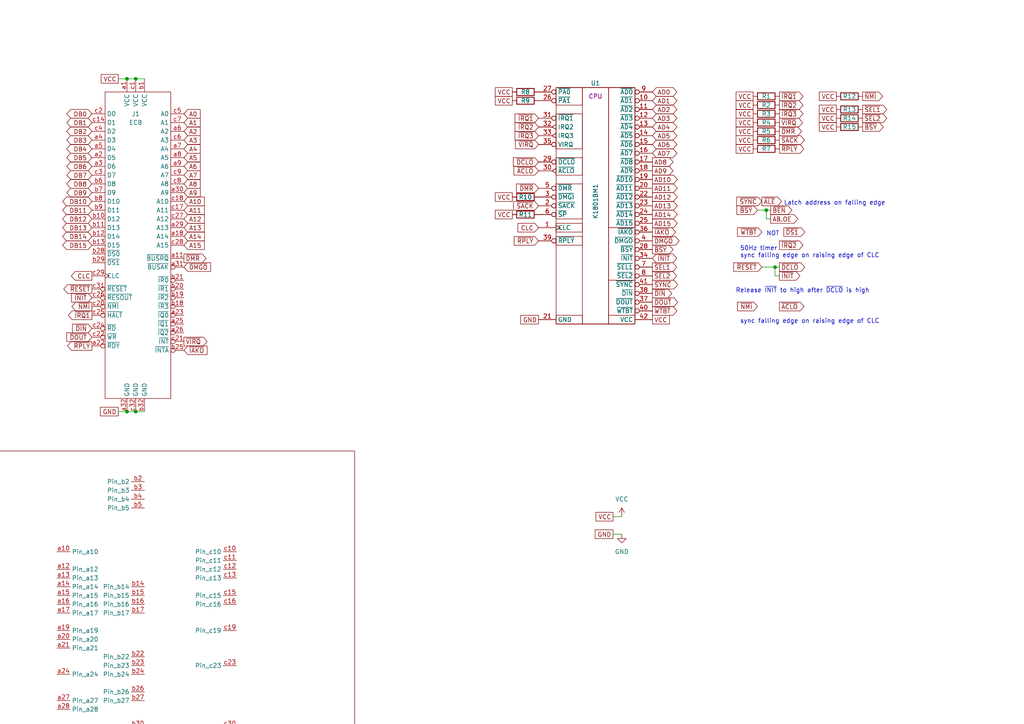
<source format=kicad_sch>
(kicad_sch (version 20230121) (generator eeschema)
  (paper "A4")
  (lib_symbols
    (symbol "74xx:74LS245" (pin_names (offset 1.016))
      (property "Reference" "U" (at -7.62 16.51 0))
      (property "Value" "74LS245" (at -7.62 -16.51 0))
      (symbol "74LS245_1_0"
        (polyline (pts (xy -0.635 -1.27) (xy -0.635 1.27) (xy 0.635 1.27)))
        (polyline (pts (xy -1.27 -1.27) (xy 0.635 -1.27) (xy 0.635 1.27) (xy 1.27 1.27)))
        (pin input line (at -12.7 -10.16 0) (length 5.08) (name "A->B") (number "1"))
        (pin power_in line (at 0 -20.32 90) (length 5.08) (name "GND") (number "10"))
        (pin tri_state line (at 12.7 -5.08 180) (length 5.08) (name "B7") (number "11"))
        (pin tri_state line (at 12.7 -2.54 180) (length 5.08) (name "B6") (number "12"))
        (pin tri_state line (at 12.7 0 180) (length 5.08) (name "B5") (number "13"))
        (pin tri_state line (at 12.7 2.54 180) (length 5.08) (name "B4") (number "14"))
        (pin tri_state line (at 12.7 5.08 180) (length 5.08) (name "B3") (number "15"))
        (pin tri_state line (at 12.7 7.62 180) (length 5.08) (name "B2") (number "16"))
        (pin tri_state line (at 12.7 10.16 180) (length 5.08) (name "B1") (number "17"))
        (pin tri_state line (at 12.7 12.7 180) (length 5.08) (name "B0") (number "18"))
        (pin input inverted (at -12.7 -12.7 0) (length 5.08) (name "CE") (number "19"))
        (pin tri_state line (at -12.7 12.7 0) (length 5.08) (name "A0") (number "2"))
        (pin power_in line (at 0 20.32 270) (length 5.08) (name "VCC") (number "20"))
        (pin tri_state line (at -12.7 10.16 0) (length 5.08) (name "A1") (number "3"))
        (pin tri_state line (at -12.7 7.62 0) (length 5.08) (name "A2") (number "4"))
        (pin tri_state line (at -12.7 5.08 0) (length 5.08) (name "A3") (number "5"))
        (pin tri_state line (at -12.7 2.54 0) (length 5.08) (name "A4") (number "6"))
        (pin tri_state line (at -12.7 0 0) (length 5.08) (name "A5") (number "7"))
        (pin tri_state line (at -12.7 -2.54 0) (length 5.08) (name "A6") (number "8"))
        (pin tri_state line (at -12.7 -5.08 0) (length 5.08) (name "A7") (number "9"))
      )
      (symbol "74LS245_1_1"
        (rectangle (start -7.62 15.24) (end 7.62 -15.24) (stroke (width 0.254)) (fill (type background)))
      )
    )
    (symbol "74xx:74LS573" (pin_names (offset 1.016))
      (property "Reference" "U" (at -7.62 16.51 0))
      (property "Value" "74LS573" (at -7.62 -16.51 0))
      (symbol "74LS573_1_0"
        (pin input inverted (at -12.7 -12.7 0) (length 5.08) (name "OE") (number "1"))
        (pin power_in line (at 0 -20.32 90) (length 5.08) (name "GND") (number "10"))
        (pin input line (at -12.7 -10.16 0) (length 5.08) (name "Load") (number "11"))
        (pin tri_state line (at 12.7 -5.08 180) (length 5.08) (name "Q7") (number "12"))
        (pin tri_state line (at 12.7 -2.54 180) (length 5.08) (name "Q6") (number "13"))
        (pin tri_state line (at 12.7 0 180) (length 5.08) (name "Q5") (number "14"))
        (pin tri_state line (at 12.7 2.54 180) (length 5.08) (name "Q4") (number "15"))
        (pin tri_state line (at 12.7 5.08 180) (length 5.08) (name "Q3") (number "16"))
        (pin tri_state line (at 12.7 7.62 180) (length 5.08) (name "Q2") (number "17"))
        (pin tri_state line (at 12.7 10.16 180) (length 5.08) (name "Q1") (number "18"))
        (pin tri_state line (at 12.7 12.7 180) (length 5.08) (name "Q0") (number "19"))
        (pin input line (at -12.7 12.7 0) (length 5.08) (name "D0") (number "2"))
        (pin power_in line (at 0 20.32 270) (length 5.08) (name "VCC") (number "20"))
        (pin input line (at -12.7 10.16 0) (length 5.08) (name "D1") (number "3"))
        (pin input line (at -12.7 7.62 0) (length 5.08) (name "D2") (number "4"))
        (pin input line (at -12.7 5.08 0) (length 5.08) (name "D3") (number "5"))
        (pin input line (at -12.7 2.54 0) (length 5.08) (name "D4") (number "6"))
        (pin input line (at -12.7 0 0) (length 5.08) (name "D5") (number "7"))
        (pin input line (at -12.7 -2.54 0) (length 5.08) (name "D6") (number "8"))
        (pin input line (at -12.7 -5.08 0) (length 5.08) (name "D7") (number "9"))
      )
      (symbol "74LS573_1_1"
        (rectangle (start -7.62 15.24) (end 7.62 -15.24) (stroke (width 0.254)) (fill (type background)))
      )
    )
    (symbol "Device:R" (pin_numbers hide) (pin_names (offset 0))
      (property "Reference" "R" (at 2.032 0 90))
      (property "Value" "R" (at 0 0 90))
      (symbol "R_0_1"
        (rectangle (start -1.016 -2.54) (end 1.016 2.54) (stroke (width 0.254)))
      )
      (symbol "R_1_1"
        (pin passive line (at 0 3.81 270) (length 1.27) (name "~") (number "1"))
        (pin passive line (at 0 -3.81 90) (length 1.27) (name "~") (number "2"))
      )
    )
    (symbol "ECB:ECB_RB-6"
      (property "Reference" "J" (at 0 -20.32 0))
      (property "Value" "ECB" (at 0 -22.86 0))
      (symbol "ECB_RB-6_0_1"
        (rectangle (start -54.61 -118.11) (end 63.5 -213.36))
        (rectangle (start -8.89 -13.97) (end 10.16 -102.87))
      )
      (symbol "ECB_RB-6_1_1"
        (pin power_in line (at -2.54 -10.16 270) (length 3.81) (name "VCC") (number "a1"))
        (pin passive line (at -22.86 -147.32 0) (length 3.81) (name "Pin_a10") (number "a10"))
        (pin input line (at 13.97 -62.23 180) (length 3.81) (name "~{BUSRQ}") (number "a11"))
        (pin passive line (at -22.86 -152.4 0) (length 3.81) (name "Pin_a12") (number "a12"))
        (pin passive line (at -22.86 -154.94 0) (length 3.81) (name "Pin_a13") (number "a13"))
        (pin passive line (at -22.86 -157.48 0) (length 3.81) (name "Pin_a14") (number "a14"))
        (pin passive line (at -22.86 -160.02 0) (length 3.81) (name "Pin_a15") (number "a15"))
        (pin passive line (at -22.86 -162.56 0) (length 3.81) (name "Pin_a16") (number "a16"))
        (pin passive line (at -22.86 -165.1 0) (length 3.81) (name "Pin_a17") (number "a17"))
        (pin bidirectional line (at 13.97 -55.88 180) (length 3.81) (name "A14") (number "a18"))
        (pin passive line (at -22.86 -170.18 0) (length 3.81) (name "Pin_a19") (number "a19"))
        (pin tri_state line (at -12.7 -33.02 0) (length 3.81) (name "D5") (number "a2"))
        (pin passive line (at -22.86 -172.72 0) (length 3.81) (name "Pin_a20") (number "a20"))
        (pin passive line (at -22.86 -175.26 0) (length 3.81) (name "Pin_a21") (number "a21"))
        (pin input inverted (at -12.7 -87.63 0) (length 3.81) (name "~{RDY}") (number "a22"))
        (pin input inverted (at 13.97 -78.74 180) (length 3.81) (name "~{IQ0}") (number "a23"))
        (pin passive line (at -22.86 -182.88 0) (length 3.81) (name "Pin_a24") (number "a24"))
        (pin input inverted (at 13.97 -81.28 180) (length 3.81) (name "~{IQ1}") (number "a25"))
        (pin input inverted (at 13.97 -83.82 180) (length 3.81) (name "~{IQ2}") (number "a26"))
        (pin passive line (at -22.86 -190.5 0) (length 3.81) (name "Pin_a27") (number "a27"))
        (pin passive line (at -22.86 -193.04 0) (length 3.81) (name "Pin_a28") (number "a28"))
        (pin bidirectional line (at 13.97 -53.34 180) (length 3.81) (name "A13") (number "a29"))
        (pin tri_state line (at -12.7 -35.56 0) (length 3.81) (name "D6") (number "a3"))
        (pin bidirectional line (at 13.97 -43.18 180) (length 3.81) (name "A9") (number "a30"))
        (pin output inverted (at 13.97 -64.77 180) (length 3.81) (name "~{BUSAK}") (number "a31"))
        (pin power_out line (at -2.54 -106.68 90) (length 3.81) (name "GND") (number "a32"))
        (pin tri_state line (at -12.7 -27.94 0) (length 3.81) (name "D3") (number "a4"))
        (pin tri_state line (at -12.7 -30.48 0) (length 3.81) (name "D4") (number "a5"))
        (pin bidirectional line (at 13.97 -25.4 180) (length 3.81) (name "A2") (number "a6"))
        (pin bidirectional line (at 13.97 -30.48 180) (length 3.81) (name "A4") (number "a7"))
        (pin bidirectional line (at 13.97 -33.02 180) (length 3.81) (name "A5") (number "a8"))
        (pin bidirectional line (at 13.97 -35.56 180) (length 3.81) (name "A6") (number "a9"))
        (pin power_in line (at 2.54 -10.16 270) (length 3.81) (name "VCC") (number "b1"))
        (pin tri_state line (at -12.7 -50.8 0) (length 3.81) (name "D12") (number "b10"))
        (pin tri_state line (at -12.7 -53.34 0) (length 3.81) (name "D13") (number "b11"))
        (pin tri_state line (at -12.7 -55.88 0) (length 3.81) (name "D14") (number "b12"))
        (pin tri_state line (at -12.7 -58.42 0) (length 3.81) (name "D15") (number "b13"))
        (pin passive line (at 2.54 -157.48 180) (length 3.81) (name "Pin_b14") (number "b14"))
        (pin passive line (at 2.54 -160.02 180) (length 3.81) (name "Pin_b15") (number "b15"))
        (pin passive line (at 2.54 -162.56 180) (length 3.81) (name "Pin_b16") (number "b16"))
        (pin passive line (at 2.54 -165.1 180) (length 3.81) (name "Pin_b17") (number "b17"))
        (pin input inverted (at 13.97 -76.2 180) (length 3.81) (name "~{IR3}") (number "b18"))
        (pin input inverted (at 13.97 -73.66 180) (length 3.81) (name "~{IR2}") (number "b19"))
        (pin passive line (at 2.54 -127 180) (length 3.81) (name "Pin_b2") (number "b2"))
        (pin input inverted (at 13.97 -71.12 180) (length 3.81) (name "~{IR1}") (number "b20"))
        (pin input inverted (at 13.97 -68.58 180) (length 3.81) (name "~{IR0}") (number "b21"))
        (pin passive line (at 2.54 -177.8 180) (length 3.81) (name "Pin_b22") (number "b22"))
        (pin passive line (at 2.54 -180.34 180) (length 3.81) (name "Pin_b23") (number "b23"))
        (pin passive line (at 2.54 -182.88 180) (length 3.81) (name "Pin_b24") (number "b24"))
        (pin output inverted (at 13.97 -88.9 180) (length 3.81) (name "~{INTA}") (number "b25"))
        (pin passive line (at 2.54 -187.96 180) (length 3.81) (name "Pin_b26") (number "b26"))
        (pin passive line (at 2.54 -190.5 180) (length 3.81) (name "Pin_b27") (number "b27"))
        (pin passive line (at -12.7 -60.96 0) (length 3.81) (name "~{DS0}") (number "b28"))
        (pin passive line (at -12.7 -63.5 0) (length 3.81) (name "~{DS1}") (number "b29"))
        (pin passive line (at 2.54 -129.54 180) (length 3.81) (name "Pin_b3") (number "b3"))
        (pin passive line (at 2.54 -198.12 180) (length 3.81) (name "Pin_b30") (number "b30"))
        (pin passive line (at 2.54 -200.66 180) (length 3.81) (name "Pin_b31") (number "b31"))
        (pin power_out line (at 2.54 -106.68 90) (length 3.81) (name "GND") (number "b32"))
        (pin passive line (at 2.54 -132.08 180) (length 3.81) (name "Pin_b4") (number "b4"))
        (pin passive line (at 2.54 -134.62 180) (length 3.81) (name "Pin_b5") (number "b5"))
        (pin tri_state line (at -12.7 -40.64 0) (length 3.81) (name "D8") (number "b6"))
        (pin tri_state line (at -12.7 -43.18 0) (length 3.81) (name "D9") (number "b7"))
        (pin tri_state line (at -12.7 -45.72 0) (length 3.81) (name "D10") (number "b8"))
        (pin tri_state line (at -12.7 -48.26 0) (length 3.81) (name "D11") (number "b9"))
        (pin power_in line (at 0 -10.16 270) (length 3.81) (name "VCC") (number "c1"))
        (pin passive line (at 29.21 -147.32 180) (length 3.81) (name "Pin_c10") (number "c10"))
        (pin passive line (at 29.21 -149.86 180) (length 3.81) (name "Pin_c11") (number "c11"))
        (pin passive line (at 29.21 -152.4 180) (length 3.81) (name "Pin_c12") (number "c12"))
        (pin passive line (at 29.21 -154.94 180) (length 3.81) (name "Pin_c13") (number "c13"))
        (pin tri_state line (at -12.7 -22.86 0) (length 3.81) (name "D1") (number "c14"))
        (pin passive line (at 29.21 -160.02 180) (length 3.81) (name "Pin_c15") (number "c15"))
        (pin passive line (at 29.21 -162.56 180) (length 3.81) (name "Pin_c16") (number "c16"))
        (pin bidirectional line (at 13.97 -48.26 180) (length 3.81) (name "A11") (number "c17"))
        (pin bidirectional line (at 13.97 -45.72 180) (length 3.81) (name "A10") (number "c18"))
        (pin passive line (at 29.21 -170.18 180) (length 3.81) (name "Pin_c19") (number "c19"))
        (pin tri_state line (at -12.7 -20.32 0) (length 3.81) (name "D0") (number "c2"))
        (pin input inverted (at -12.7 -76.2 0) (length 3.81) (name "~{NMI}") (number "c20"))
        (pin input inverted (at 13.97 -86.36 180) (length 3.81) (name "~{INT}") (number "c21"))
        (pin output inverted (at -12.7 -85.09 0) (length 3.81) (name "~{WR}") (number "c22"))
        (pin passive line (at 29.21 -180.34 180) (length 3.81) (name "Pin_c23") (number "c23"))
        (pin output inverted (at -12.7 -82.55 0) (length 3.81) (name "~{RD}") (number "c24"))
        (pin input inverted (at -12.7 -78.74 0) (length 3.81) (name "~{HALT}") (number "c25"))
        (pin output inverted (at -12.7 -73.66 0) (length 3.81) (name "~{RESOUT}") (number "c26"))
        (pin bidirectional line (at 13.97 -50.8 180) (length 3.81) (name "A12") (number "c27"))
        (pin bidirectional line (at 13.97 -58.42 180) (length 3.81) (name "A15") (number "c28"))
        (pin input clock (at -12.7 -67.31 0) (length 3.81) (name "CLC") (number "c29"))
        (pin tri_state line (at -12.7 -38.1 0) (length 3.81) (name "D7") (number "c3"))
        (pin passive line (at 29.21 -198.12 180) (length 3.81) (name "Pin_c30") (number "c30"))
        (pin input inverted (at -12.7 -71.12 0) (length 3.81) (name "~{RESET}") (number "c31"))
        (pin power_out line (at 0 -106.68 90) (length 3.81) (name "GND") (number "c32"))
        (pin tri_state line (at -12.7 -25.4 0) (length 3.81) (name "D2") (number "c4"))
        (pin bidirectional line (at 13.97 -20.32 180) (length 3.81) (name "A0") (number "c5"))
        (pin bidirectional line (at 13.97 -27.94 180) (length 3.81) (name "A3") (number "c6"))
        (pin bidirectional line (at 13.97 -22.86 180) (length 3.81) (name "A1") (number "c7"))
        (pin bidirectional line (at 13.97 -40.64 180) (length 3.81) (name "A8") (number "c8"))
        (pin bidirectional line (at 13.97 -38.1 180) (length 3.81) (name "A7") (number "c9"))
      )
    )
    (symbol "K1801:K1801VM1"
      (property "Reference" "U" (at 0 0 0))
      (property "Value" "К1801ВМ1" (at 0 -34.29 90))
      (property "Class" "CPU" (at 0 -3.81 0))
      (symbol "K1801VM1_0_1"
        (rectangle (start -11.43 -67.31) (end -3.81 -69.85))
        (rectangle (start -11.43 -44.45) (end -3.81 -46.99))
        (rectangle (start -11.43 -40.64) (end -3.81 -43.18))
        (rectangle (start -11.43 -29.21) (end -3.81 -39.37))
        (rectangle (start -11.43 -21.59) (end -3.81 -26.67))
        (rectangle (start -11.43 -8.89) (end -3.81 -19.05))
        (rectangle (start -11.43 -1.27) (end -3.81 -6.35))
        (rectangle (start -11.43 -1.27) (end 11.43 -69.85))
        (rectangle (start -3.81 -1.27) (end 3.81 -69.85))
        (rectangle (start 3.81 -67.31) (end 11.43 -69.85))
        (rectangle (start 3.81 -57.15) (end 11.43 -67.31))
        (rectangle (start 3.81 -41.91) (end 11.43 -57.15))
        (rectangle (start 3.81 -1.27) (end 11.43 -41.91))
      )
      (symbol "K1801VM1_1_0"
        (pin input clock (at -16.51 -41.91 0) (length 5.08) (name "CLC") (number "1"))
        (pin bidirectional inverted (at 16.51 -5.08 180) (length 5.08) (name "~{AD1}") (number "10"))
        (pin bidirectional inverted (at 16.51 -7.62 180) (length 5.08) (name "~{AD2}") (number "11"))
        (pin bidirectional inverted (at 16.51 -10.16 180) (length 5.08) (name "~{AD3}") (number "12"))
        (pin bidirectional inverted (at 16.51 -12.7 180) (length 5.08) (name "~{AD4}") (number "13"))
        (pin bidirectional inverted (at 16.51 -15.24 180) (length 5.08) (name "~{AD5}") (number "14"))
        (pin bidirectional inverted (at 16.51 -17.78 180) (length 5.08) (name "~{AD6}") (number "15"))
        (pin bidirectional inverted (at 16.51 -20.32 180) (length 5.08) (name "~{AD7}") (number "16"))
        (pin bidirectional inverted (at 16.51 -22.86 180) (length 5.08) (name "~{AD8}") (number "17"))
        (pin bidirectional inverted (at 16.51 -25.4 180) (length 5.08) (name "~{AD9}") (number "18"))
        (pin bidirectional inverted (at 16.51 -27.94 180) (length 5.08) (name "~{AD10}") (number "19"))
        (pin input inverted (at -16.51 -35.56 0) (length 5.08) (name "~{SACK}") (number "2"))
        (pin bidirectional inverted (at 16.51 -30.48 180) (length 5.08) (name "~{AD11}") (number "20"))
        (pin power_out line (at -16.51 -68.58 0) (length 5.08) (name "GND") (number "21"))
        (pin bidirectional inverted (at 16.51 -33.02 180) (length 5.08) (name "~{AD12}") (number "22"))
        (pin bidirectional inverted (at 16.51 -35.56 180) (length 5.08) (name "~{AD13}") (number "23"))
        (pin bidirectional inverted (at 16.51 -38.1 180) (length 5.08) (name "~{AD14}") (number "24"))
        (pin bidirectional inverted (at 16.51 -40.64 180) (length 5.08) (name "~{AD15}") (number "25"))
        (pin input inverted (at -16.51 -5.08 0) (length 5.08) (name "~{PA1}") (number "26"))
        (pin open_collector inverted (at 16.51 -48.26 180) (length 5.08) (name "~{BSY}") (number "28"))
        (pin input inverted (at -16.51 -22.86 0) (length 5.08) (name "~{DCLO}") (number "29"))
        (pin input inverted (at -16.51 -33.02 0) (length 5.08) (name "~{DMGI}") (number "3"))
        (pin input edge_clock_high (at -16.51 -25.4 0) (length 5.08) (name "~{ACLO}") (number "30"))
        (pin input inverted (at -16.51 -10.16 0) (length 5.08) (name "~{IRQ1}") (number "31"))
        (pin input edge_clock_high (at -16.51 -12.7 0) (length 5.08) (name "IRQ2") (number "32"))
        (pin input edge_clock_high (at -16.51 -15.24 0) (length 5.08) (name "IRQ3") (number "33"))
        (pin open_collector inverted (at 16.51 -50.8 180) (length 5.08) (name "~{INIT}") (number "34"))
        (pin input inverted (at -16.51 -17.78 0) (length 5.08) (name "VIRQ") (number "35"))
        (pin tri_state inverted (at 16.51 -43.18 180) (length 5.08) (name "~{IAKO}") (number "36"))
        (pin tri_state inverted (at 16.51 -63.5 180) (length 5.08) (name "~{DOUT}") (number "37"))
        (pin tri_state inverted (at 16.51 -60.96 180) (length 5.08) (name "~{DIN}") (number "38"))
        (pin open_collector inverted (at -16.51 -45.72 0) (length 5.08) (name "~{RPLY}") (number "39"))
        (pin output inverted (at 16.51 -45.72 180) (length 5.08) (name "~{DMGO}") (number "4"))
        (pin tri_state inverted (at 16.51 -66.04 180) (length 5.08) (name "~{WTBT}") (number "40"))
        (pin output inverted (at 16.51 -58.42 180) (length 5.08) (name "~{SYNC}") (number "41"))
        (pin power_in line (at 16.51 -68.58 180) (length 5.08) (name "VCC") (number "42"))
        (pin input inverted (at -16.51 -30.48 0) (length 5.08) (name "~{DMR}") (number "5"))
        (pin input inverted (at -16.51 -38.1 0) (length 5.08) (name "~{SP}") (number "6"))
        (pin open_collector inverted (at 16.51 -53.34 180) (length 5.08) (name "~{SEL1}") (number "7"))
        (pin open_collector inverted (at 16.51 -55.88 180) (length 5.08) (name "~{SEL2}") (number "8"))
      )
      (symbol "K1801VM1_1_1"
        (pin input inverted (at -16.51 -2.54 0) (length 5.08) (name "~{PA0}") (number "27"))
        (pin bidirectional inverted (at 16.51 -2.54 180) (length 5.08) (name "~{AD0}") (number "9"))
      )
    )
    (symbol "power:GND" (power) (pin_names (offset 0))
      (property "Value" "GND" (at 0 -3.81 0))
      (symbol "GND_0_1"
        (polyline (pts (xy 0 0) (xy 0 -1.27) (xy 1.27 -1.27) (xy 0 -2.54) (xy -1.27 -1.27) (xy 0 -1.27)))
      )
      (symbol "GND_1_1"
        (pin power_in line (at 0 0 270) (length 0) hide (name "GND") (number "1"))
      )
    )
    (symbol "power:VCC" (power) (pin_names (offset 0))
      (property "Value" "VCC" (at 0 3.81 0))
      (symbol "VCC_0_1"
        (polyline (pts (xy -0.762 1.27) (xy 0 2.54)))
        (polyline (pts (xy 0 0) (xy 0 2.54)))
        (polyline (pts (xy 0 2.54) (xy 0.762 1.27)))
      )
      (symbol "VCC_1_1"
        (pin power_in line (at 0 0 90) (length 0) hide (name "VCC") (number "1"))
      )
    )
  )
  (junction (at 39.37 119.38))
  (junction (at 222.25 60.96))
  (junction (at 39.37 22.86))
  (junction (at 36.83 22.86))
  (junction (at 36.83 119.38))
  (junction (at 224.79 77.47))
  (wire (pts (xy 220.98 77.47) (xy 224.79 77.47)))
  (wire (pts (xy 222.25 63.5) (xy 222.25 60.96)))
  (wire (pts (xy 223.52 63.5) (xy 222.25 63.5)))
  (wire (pts (xy 224.79 77.47) (xy 226.06 77.47)))
  (wire (pts (xy 222.25 60.96) (xy 219.71 60.96)))
  (wire (pts (xy 177.8 149.86) (xy 180.34 149.86)))
  (wire (pts (xy 34.29 22.86) (xy 36.83 22.86)))
  (wire (pts (xy 226.06 80.01) (xy 224.79 80.01)))
  (wire (pts (xy 39.37 119.38) (xy 41.91 119.38)))
  (wire (pts (xy 224.79 80.01) (xy 224.79 77.47)))
  (wire (pts (xy 177.8 154.94) (xy 180.34 154.94)))
  (wire (pts (xy 36.83 22.86) (xy 39.37 22.86)))
  (wire (pts (xy 39.37 22.86) (xy 41.91 22.86)))
  (wire (pts (xy 34.29 119.38) (xy 36.83 119.38)))
  (wire (pts (xy 223.52 60.96) (xy 222.25 60.96)))
  (wire (pts (xy 36.83 119.38) (xy 39.37 119.38)))
  (text "sync falling edge on raising edge of CLC" (at 214.63 93.98 0) (effects (font (size 1.27 1.27)) (justify left bottom)))
  (text "NOT" (at 222.25 68.58 0) (effects (font (size 1.27 1.27)) (justify left bottom)))
  (text "Latch address on falling edge" (at 227.33 59.69 0) (effects (font (size 1.27 1.27)) (justify left bottom)))
  (text "50Hz timer\nsync falling edge on raising edge of CLC" (at 214.63 74.93 0) (effects (font (size 1.27 1.27)) (justify left bottom)))
  (text "Release ~{INIT} to high after ~{DCLO} is high" (at 213.36 85.09 0) (effects (font (size 1.27 1.27)) (justify left bottom)))
  (global_label "CLC" (shape input) (at 156.21 66.04 180) (property "Intersheetrefs" "${INTERSHEET_REFS}" (effects hide)))
  (global_label "VCC" (shape passive) (at 242.57 27.94 180) (property "Intersheetrefs" "${INTERSHEET_REFS}" (effects hide)))
  (global_label "~{DOUT}" (shape input) (at 26.67 97.79 180) (property "Intersheetrefs" "${INTERSHEET_REFS}" (effects hide)))
  (global_label "A13" (shape input) (at 53.34 66.04 0) (property "Intersheetrefs" "${INTERSHEET_REFS}" (effects hide)))
  (global_label "AD13" (shape output) (at 308.61 158.75 180) (property "Intersheetrefs" "${INTERSHEET_REFS}" (effects hide)))
  (global_label "VCC" (shape passive) (at 218.44 40.64 180) (property "Intersheetrefs" "${INTERSHEET_REFS}" (effects hide)))
  (global_label "AD0" (shape bidirectional) (at 365.125 101.6 180) (property "Intersheetrefs" "${INTERSHEET_REFS}" (effects hide)))
  (global_label "DB13" (shape bidirectional) (at 26.67 66.04 180) (property "Intersheetrefs" "${INTERSHEET_REFS}" (effects hide)))
  (global_label "~{RPLY}" (shape output) (at 26.67 100.33 180) (property "Intersheetrefs" "${INTERSHEET_REFS}" (effects hide)))
  (global_label "GND" (shape passive) (at 34.29 119.38 180) (property "Intersheetrefs" "${INTERSHEET_REFS}" (effects hide)))
  (global_label "~{INIT}" (shape output) (at 226.06 80.01 0) (property "Intersheetrefs" "${INTERSHEET_REFS}" (effects hide)))
  (global_label "GND" (shape passive) (at 377.825 134.62 270) (property "Intersheetrefs" "${INTERSHEET_REFS}" (effects hide)))
  (global_label "DB5" (shape bidirectional) (at 390.525 114.3 0) (property "Intersheetrefs" "${INTERSHEET_REFS}" (effects hide)))
  (global_label "AD14" (shape output) (at 364.49 171.45 180) (property "Intersheetrefs" "${INTERSHEET_REFS}" (effects hide)))
  (global_label "AD10" (shape output) (at 308.61 151.13 180) (property "Intersheetrefs" "${INTERSHEET_REFS}" (effects hide)))
  (global_label "AD7" (shape bidirectional) (at 365.125 119.38 180) (property "Intersheetrefs" "${INTERSHEET_REFS}" (effects hide)))
  (global_label "~{NMI}" (shape output) (at 26.67 88.9 180) (property "Intersheetrefs" "${INTERSHEET_REFS}" (effects hide)))
  (global_label "A11" (shape output) (at 334.01 153.67 0) (property "Intersheetrefs" "${INTERSHEET_REFS}" (effects hide)))
  (global_label "GND" (shape passive) (at 177.8 154.94 180) (property "Intersheetrefs" "${INTERSHEET_REFS}" (effects hide)))
  (global_label "A14" (shape output) (at 334.01 161.29 0) (property "Intersheetrefs" "${INTERSHEET_REFS}" (effects hide)))
  (global_label "AD0" (shape bidirectional) (at 189.23 26.67 0) (property "Intersheetrefs" "${INTERSHEET_REFS}" (effects hide)))
  (global_label "DB13" (shape bidirectional) (at 389.89 168.91 0) (property "Intersheetrefs" "${INTERSHEET_REFS}" (effects hide)))
  (global_label "~{DMR}" (shape output) (at 226.06 38.1 0) (property "Intersheetrefs" "${INTERSHEET_REFS}" (effects hide)))
  (global_label "~{ACLO}" (shape input) (at 156.21 49.53 180) (property "Intersheetrefs" "${INTERSHEET_REFS}" (effects hide)))
  (global_label "~{ACLO}" (shape output) (at 226.06 88.9 0) (property "Intersheetrefs" "${INTERSHEET_REFS}" (effects hide)))
  (global_label "A0" (shape output) (at 333.375 101.6 0) (property "Intersheetrefs" "${INTERSHEET_REFS}" (effects hide)))
  (global_label "~{SEL1}" (shape output) (at 250.19 31.75 0) (property "Intersheetrefs" "${INTERSHEET_REFS}" (effects hide)))
  (global_label "A15" (shape output) (at 334.01 163.83 0) (property "Intersheetrefs" "${INTERSHEET_REFS}" (effects hide)))
  (global_label "A9" (shape input) (at 53.34 55.88 0) (property "Intersheetrefs" "${INTERSHEET_REFS}" (effects hide)))
  (global_label "AD3" (shape bidirectional) (at 365.125 109.22 180) (property "Intersheetrefs" "${INTERSHEET_REFS}" (effects hide)))
  (global_label "~{ALE}" (shape output) (at 220.98 58.42 0) (property "Intersheetrefs" "${INTERSHEET_REFS}" (effects hide)))
  (global_label "A4" (shape output) (at 333.375 111.76 0) (property "Intersheetrefs" "${INTERSHEET_REFS}" (effects hide)))
  (global_label "~{DCLO}" (shape output) (at 226.06 77.47 0) (property "Intersheetrefs" "${INTERSHEET_REFS}" (effects hide)))
  (global_label "AD12" (shape output) (at 364.49 166.37 180) (property "Intersheetrefs" "${INTERSHEET_REFS}" (effects hide)))
  (global_label "AD9" (shape output) (at 189.23 49.53 0) (property "Intersheetrefs" "${INTERSHEET_REFS}" (effects hide)))
  (global_label "~{VIRQ}" (shape input) (at 156.21 41.91 180) (property "Intersheetrefs" "${INTERSHEET_REFS}" (effects hide)))
  (global_label "VCC" (shape passive) (at 148.59 57.15 180) (property "Intersheetrefs" "${INTERSHEET_REFS}" (effects hide)))
  (global_label "DB12" (shape bidirectional) (at 26.67 63.5 180) (property "Intersheetrefs" "${INTERSHEET_REFS}" (effects hide)))
  (global_label "AD10" (shape output) (at 189.23 52.07 0) (property "Intersheetrefs" "${INTERSHEET_REFS}" (effects hide)))
  (global_label "AD1" (shape bidirectional) (at 189.23 29.21 0) (property "Intersheetrefs" "${INTERSHEET_REFS}" (effects hide)))
  (global_label "DB3" (shape bidirectional) (at 390.525 109.22 0) (property "Intersheetrefs" "${INTERSHEET_REFS}" (effects hide)))
  (global_label "DB10" (shape bidirectional) (at 389.89 161.29 0) (property "Intersheetrefs" "${INTERSHEET_REFS}" (effects hide)))
  (global_label "A6" (shape output) (at 333.375 116.84 0) (property "Intersheetrefs" "${INTERSHEET_REFS}" (effects hide)))
  (global_label "~{BSY}" (shape output) (at 250.19 36.83 0) (property "Intersheetrefs" "${INTERSHEET_REFS}" (effects hide)))
  (global_label "A6" (shape input) (at 53.34 48.26 0) (property "Intersheetrefs" "${INTERSHEET_REFS}" (effects hide)))
  (global_label "GND" (shape passive) (at 377.19 189.23 270) (property "Intersheetrefs" "${INTERSHEET_REFS}" (effects hide)))
  (global_label "AD14" (shape output) (at 308.61 161.29 180) (property "Intersheetrefs" "${INTERSHEET_REFS}" (effects hide)))
  (global_label "A2" (shape output) (at 333.375 106.68 0) (property "Intersheetrefs" "${INTERSHEET_REFS}" (effects hide)))
  (global_label "~{WTBT}" (shape output) (at 189.23 90.17 0) (property "Intersheetrefs" "${INTERSHEET_REFS}" (effects hide)))
  (global_label "AD4" (shape bidirectional) (at 365.125 111.76 180) (property "Intersheetrefs" "${INTERSHEET_REFS}" (effects hide)))
  (global_label "DB12" (shape bidirectional) (at 389.89 166.37 0) (property "Intersheetrefs" "${INTERSHEET_REFS}" (effects hide)))
  (global_label "AD12" (shape output) (at 189.23 57.15 0) (property "Intersheetrefs" "${INTERSHEET_REFS}" (effects hide)))
  (global_label "AD5" (shape bidirectional) (at 189.23 39.37 0) (property "Intersheetrefs" "${INTERSHEET_REFS}" (effects hide)))
  (global_label "~{DMR}" (shape input) (at 156.21 54.61 180) (property "Intersheetrefs" "${INTERSHEET_REFS}" (effects hide)))
  (global_label "A5" (shape output) (at 333.375 114.3 0) (property "Intersheetrefs" "${INTERSHEET_REFS}" (effects hide)))
  (global_label "~{IRQ1}" (shape output) (at 26.67 91.44 180) (property "Intersheetrefs" "${INTERSHEET_REFS}" (effects hide)))
  (global_label "~{DIN}" (shape input) (at 26.67 95.25 180) (property "Intersheetrefs" "${INTERSHEET_REFS}" (effects hide)))
  (global_label "VCC" (shape passive) (at 218.44 43.18 180) (property "Intersheetrefs" "${INTERSHEET_REFS}" (effects hide)))
  (global_label "AD6" (shape bidirectional) (at 365.125 116.84 180) (property "Intersheetrefs" "${INTERSHEET_REFS}" (effects hide)))
  (global_label "DB8" (shape bidirectional) (at 26.67 53.34 180) (property "Intersheetrefs" "${INTERSHEET_REFS}" (effects hide)))
  (global_label "~{SEL2}" (shape output) (at 189.23 80.01 0) (property "Intersheetrefs" "${INTERSHEET_REFS}" (effects hide)))
  (global_label "VCC" (shape passive) (at 242.57 31.75 180) (property "Intersheetrefs" "${INTERSHEET_REFS}" (effects hide)))
  (global_label "AB.OE" (shape output) (at 223.52 63.5 0) (property "Intersheetrefs" "${INTERSHEET_REFS}" (effects hide)))
  (global_label "A15" (shape input) (at 53.34 71.12 0) (property "Intersheetrefs" "${INTERSHEET_REFS}" (effects hide)))
  (global_label "~{SYNC}" (shape input) (at 220.98 58.42 180) (property "Intersheetrefs" "${INTERSHEET_REFS}" (effects hide)))
  (global_label "DB1" (shape bidirectional) (at 26.67 35.56 180) (property "Intersheetrefs" "${INTERSHEET_REFS}" (effects hide)))
  (global_label "DB9" (shape bidirectional) (at 389.89 158.75 0) (property "Intersheetrefs" "${INTERSHEET_REFS}" (effects hide)))
  (global_label "DB2" (shape bidirectional) (at 390.525 106.68 0) (property "Intersheetrefs" "${INTERSHEET_REFS}" (effects hide)))
  (global_label "DB7" (shape bidirectional) (at 26.67 50.8 180) (property "Intersheetrefs" "${INTERSHEET_REFS}" (effects hide)))
  (global_label "A14" (shape input) (at 53.34 68.58 0) (property "Intersheetrefs" "${INTERSHEET_REFS}" (effects hide)))
  (global_label "DB11" (shape bidirectional) (at 389.89 163.83 0) (property "Intersheetrefs" "${INTERSHEET_REFS}" (effects hide)))
  (global_label "AD11" (shape output) (at 308.61 153.67 180) (property "Intersheetrefs" "${INTERSHEET_REFS}" (effects hide)))
  (global_label "~{SEL2}" (shape output) (at 250.19 34.29 0) (property "Intersheetrefs" "${INTERSHEET_REFS}" (effects hide)))
  (global_label "~{BSY}" (shape input) (at 219.71 60.96 180) (property "Intersheetrefs" "${INTERSHEET_REFS}" (effects hide)))
  (global_label "AD8" (shape output) (at 189.23 46.99 0) (property "Intersheetrefs" "${INTERSHEET_REFS}" (effects hide)))
  (global_label "AD8" (shape output) (at 364.49 156.21 180) (property "Intersheetrefs" "${INTERSHEET_REFS}" (effects hide)))
  (global_label "DB15" (shape bidirectional) (at 389.89 173.99 0) (property "Intersheetrefs" "${INTERSHEET_REFS}" (effects hide)))
  (global_label "CLC" (shape output) (at 26.67 80.01 180) (property "Intersheetrefs" "${INTERSHEET_REFS}" (effects hide)))
  (global_label "VCC" (shape passive) (at 218.44 38.1 180) (property "Intersheetrefs" "${INTERSHEET_REFS}" (effects hide)))
  (global_label "A1" (shape input) (at 53.34 35.56 0) (property "Intersheetrefs" "${INTERSHEET_REFS}" (effects hide)))
  (global_label "~{BSY}" (shape output) (at 189.23 72.39 0) (property "Intersheetrefs" "${INTERSHEET_REFS}" (effects hide)))
  (global_label "AD5" (shape input) (at 307.975 114.3 180) (property "Intersheetrefs" "${INTERSHEET_REFS}" (effects hide)))
  (global_label "~{VIRQ}" (shape output) (at 53.34 99.06 0) (property "Intersheetrefs" "${INTERSHEET_REFS}" (effects hide)))
  (global_label "VCC" (shape passive) (at 242.57 36.83 180) (property "Intersheetrefs" "${INTERSHEET_REFS}" (effects hide)))
  (global_label "A8" (shape input) (at 53.34 53.34 0) (property "Intersheetrefs" "${INTERSHEET_REFS}" (effects hide)))
  (global_label "AD2" (shape bidirectional) (at 189.23 31.75 0) (property "Intersheetrefs" "${INTERSHEET_REFS}" (effects hide)))
  (global_label "~{RESET}" (shape output) (at 26.67 83.82 180) (property "Intersheetrefs" "${INTERSHEET_REFS}" (effects hide)))
  (global_label "AD8" (shape output) (at 308.61 146.05 180) (property "Intersheetrefs" "${INTERSHEET_REFS}" (effects hide)))
  (global_label "~{IRQ2}" (shape output) (at 226.06 30.48 0) (property "Intersheetrefs" "${INTERSHEET_REFS}" (effects hide)))
  (global_label "~{RESET}" (shape input) (at 220.98 77.47 180) (property "Intersheetrefs" "${INTERSHEET_REFS}" (effects hide)))
  (global_label "VCC" (shape passive) (at 148.59 26.67 180) (property "Intersheetrefs" "${INTERSHEET_REFS}" (effects hide)))
  (global_label "DB0" (shape bidirectional) (at 26.67 33.02 180) (property "Intersheetrefs" "${INTERSHEET_REFS}" (effects hide)))
  (global_label "~{IAKO}" (shape input) (at 53.34 101.6 0) (property "Intersheetrefs" "${INTERSHEET_REFS}" (effects hide)))
  (global_label "~{DMR}" (shape output) (at 53.34 74.93 0) (property "Intersheetrefs" "${INTERSHEET_REFS}" (effects hide)))
  (global_label "AD3" (shape input) (at 307.975 109.22 180) (property "Intersheetrefs" "${INTERSHEET_REFS}" (effects hide)))
  (global_label "DB11" (shape bidirectional) (at 26.67 60.96 180) (property "Intersheetrefs" "${INTERSHEET_REFS}" (effects hide)))
  (global_label "AD6" (shape input) (at 307.975 116.84 180) (property "Intersheetrefs" "${INTERSHEET_REFS}" (effects hide)))
  (global_label "~{IRQ2}" (shape output) (at 226.06 71.12 0) (property "Intersheetrefs" "${INTERSHEET_REFS}" (effects hide)))
  (global_label "DB14" (shape bidirectional) (at 26.67 68.58 180) (property "Intersheetrefs" "${INTERSHEET_REFS}" (effects hide)))
  (global_label "AD9" (shape output) (at 364.49 158.75 180) (property "Intersheetrefs" "${INTERSHEET_REFS}" (effects hide)))
  (global_label "VCC" (shape passive) (at 177.8 149.86 180) (property "Intersheetrefs" "${INTERSHEET_REFS}" (effects hide)))
  (global_label "VCC" (shape passive) (at 218.44 27.94 180) (property "Intersheetrefs" "${INTERSHEET_REFS}" (effects hide)))
  (global_label "A2" (shape input) (at 53.34 38.1 0) (property "Intersheetrefs" "${INTERSHEET_REFS}" (effects hide)))
  (global_label "DB10" (shape bidirectional) (at 26.67 58.42 180) (property "Intersheetrefs" "${INTERSHEET_REFS}" (effects hide)))
  (global_label "AD7" (shape input) (at 307.975 119.38 180) (property "Intersheetrefs" "${INTERSHEET_REFS}" (effects hide)))
  (global_label "DB6" (shape bidirectional) (at 26.67 48.26 180) (property "Intersheetrefs" "${INTERSHEET_REFS}" (effects hide)))
  (global_label "AD11" (shape output) (at 189.23 54.61 0) (property "Intersheetrefs" "${INTERSHEET_REFS}" (effects hide)))
  (global_label "A0" (shape input) (at 53.34 33.02 0) (property "Intersheetrefs" "${INTERSHEET_REFS}" (effects hide)))
  (global_label "AD2" (shape input) (at 307.975 106.68 180) (property "Intersheetrefs" "${INTERSHEET_REFS}" (effects hide)))
  (global_label "A13" (shape output) (at 334.01 158.75 0) (property "Intersheetrefs" "${INTERSHEET_REFS}" (effects hide)))
  (global_label "AD12" (shape output) (at 308.61 156.21 180) (property "Intersheetrefs" "${INTERSHEET_REFS}" (effects hide)))
  (global_label "GND" (shape passive) (at 156.21 92.71 180) (property "Intersheetrefs" "${INTERSHEET_REFS}" (effects hide)))
  (global_label "A1" (shape output) (at 333.375 104.14 0) (property "Intersheetrefs" "${INTERSHEET_REFS}" (effects hide)))
  (global_label "VCC" (shape passive) (at 218.44 35.56 180) (property "Intersheetrefs" "${INTERSHEET_REFS}" (effects hide)))
  (global_label "AD2" (shape bidirectional) (at 365.125 106.68 180) (property "Intersheetrefs" "${INTERSHEET_REFS}" (effects hide)))
  (global_label "~{NMI}" (shape input) (at 219.71 88.9 180) (property "Intersheetrefs" "${INTERSHEET_REFS}" (effects hide)))
  (global_label "AD11" (shape output) (at 364.49 163.83 180) (property "Intersheetrefs" "${INTERSHEET_REFS}" (effects hide)))
  (global_label "~{SACK}" (shape input) (at 156.21 59.69 180) (property "Intersheetrefs" "${INTERSHEET_REFS}" (effects hide)))
  (global_label "AD1" (shape bidirectional) (at 365.125 104.14 180) (property "Intersheetrefs" "${INTERSHEET_REFS}" (effects hide)))
  (global_label "A3" (shape output) (at 333.375 109.22 0) (property "Intersheetrefs" "${INTERSHEET_REFS}" (effects hide)))
  (global_label "VCC" (shape passive) (at 218.44 30.48 180) (property "Intersheetrefs" "${INTERSHEET_REFS}" (effects hide)))
  (global_label "AD5" (shape bidirectional) (at 365.125 114.3 180) (property "Intersheetrefs" "${INTERSHEET_REFS}" (effects hide)))
  (global_label "AD4" (shape bidirectional) (at 189.23 36.83 0) (property "Intersheetrefs" "${INTERSHEET_REFS}" (effects hide)))
  (global_label "A7" (shape output) (at 333.375 119.38 0) (property "Intersheetrefs" "${INTERSHEET_REFS}" (effects hide)))
  (global_label "AD6" (shape bidirectional) (at 189.23 41.91 0) (property "Intersheetrefs" "${INTERSHEET_REFS}" (effects hide)))
  (global_label "AD0" (shape input) (at 307.975 101.6 180) (property "Intersheetrefs" "${INTERSHEET_REFS}" (effects hide)))
  (global_label "A9" (shape output) (at 334.01 148.59 0) (property "Intersheetrefs" "${INTERSHEET_REFS}" (effects hide)))
  (global_label "~{VIRQ}" (shape output) (at 226.06 35.56 0) (property "Intersheetrefs" "${INTERSHEET_REFS}" (effects hide)))
  (global_label "~{INIT}" (shape tri_state) (at 189.23 74.93 0) (property "Intersheetrefs" "${INTERSHEET_REFS}" (effects hide)))
  (global_label "~{RPLY}" (shape input) (at 156.21 69.85 180) (property "Intersheetrefs" "${INTERSHEET_REFS}" (effects hide)))
  (global_label "~{NMI}" (shape output) (at 250.19 27.94 0) (property "Intersheetrefs" "${INTERSHEET_REFS}" (effects hide)))
  (global_label "DB3" (shape bidirectional) (at 26.67 40.64 180) (property "Intersheetrefs" "${INTERSHEET_REFS}" (effects hide)))
  (global_label "A12" (shape output) (at 334.01 156.21 0) (property "Intersheetrefs" "${INTERSHEET_REFS}" (effects hide)))
  (global_label "DB6" (shape bidirectional) (at 390.525 116.84 0) (property "Intersheetrefs" "${INTERSHEET_REFS}" (effects hide)))
  (global_label "A4" (shape input) (at 53.34 43.18 0) (property "Intersheetrefs" "${INTERSHEET_REFS}" (effects hide)))
  (global_label "DB9" (shape bidirectional) (at 26.67 55.88 180) (property "Intersheetrefs" "${INTERSHEET_REFS}" (effects hide)))
  (global_label "DB5" (shape bidirectional) (at 26.67 45.72 180) (property "Intersheetrefs" "${INTERSHEET_REFS}" (effects hide)))
  (global_label "DB15" (shape bidirectional) (at 26.67 71.12 180) (property "Intersheetrefs" "${INTERSHEET_REFS}" (effects hide)))
  (global_label "~{DCLO}" (shape input) (at 156.21 46.99 180) (property "Intersheetrefs" "${INTERSHEET_REFS}" (effects hide)))
  (global_label "VCC" (shape passive) (at 377.19 148.59 90) (property "Intersheetrefs" "${INTERSHEET_REFS}" (effects hide)))
  (global_label "AD14" (shape output) (at 189.23 62.23 0) (property "Intersheetrefs" "${INTERSHEET_REFS}" (effects hide)))
  (global_label "A11" (shape input) (at 53.34 60.96 0) (property "Intersheetrefs" "${INTERSHEET_REFS}" (effects hide)))
  (global_label "AD4" (shape input) (at 307.975 111.76 180) (property "Intersheetrefs" "${INTERSHEET_REFS}" (effects hide)))
  (global_label "~{IRQ1}" (shape output) (at 226.06 27.94 0) (property "Intersheetrefs" "${INTERSHEET_REFS}" (effects hide)))
  (global_label "~{SACK}" (shape output) (at 226.06 40.64 0) (property "Intersheetrefs" "${INTERSHEET_REFS}" (effects hide)))
  (global_label "AD15" (shape output) (at 308.61 163.83 180) (property "Intersheetrefs" "${INTERSHEET_REFS}" (effects hide)))
  (global_label "~{BEN}" (shape output) (at 223.52 60.96 0) (property "Intersheetrefs" "${INTERSHEET_REFS}" (effects hide)))
  (global_label "~{DS1}" (shape output) (at 227.33 67.31 0) (property "Intersheetrefs" "${INTERSHEET_REFS}" (effects hide)))
  (global_label "~{SEL1}" (shape output) (at 189.23 77.47 0) (property "Intersheetrefs" "${INTERSHEET_REFS}" (effects hide)))
  (global_label "A10" (shape input) (at 53.34 58.42 0) (property "Intersheetrefs" "${INTERSHEET_REFS}" (effects hide)))
  (global_label "A8" (shape output) (at 334.01 146.05 0) (property "Intersheetrefs" "${INTERSHEET_REFS}" (effects hide)))
  (global_label "DB7" (shape bidirectional) (at 390.525 119.38 0) (property "Intersheetrefs" "${INTERSHEET_REFS}" (effects hide)))
  (global_label "~{IRQ3}" (shape output) (at 226.06 33.02 0) (property "Intersheetrefs" "${INTERSHEET_REFS}" (effects hide)))
  (global_label "~{DMGO}" (shape input) (at 53.34 77.47 0) (property "Intersheetrefs" "${INTERSHEET_REFS}" (effects hide)))
  (global_label "VCC" (shape passive) (at 189.23 92.71 0) (property "Intersheetrefs" "${INTERSHEET_REFS}" (effects hide)))
  (global_label "~{WTBT}" (shape input) (at 220.98 67.31 180) (property "Intersheetrefs" "${INTERSHEET_REFS}" (effects hide)))
  (global_label "DB14" (shape bidirectional) (at 389.89 171.45 0) (property "Intersheetrefs" "${INTERSHEET_REFS}" (effects hide)))
  (global_label "AD1" (shape input) (at 307.975 104.14 180) (property "Intersheetrefs" "${INTERSHEET_REFS}" (effects hide)))
  (global_label "A10" (shape output) (at 334.01 151.13 0) (property "Intersheetrefs" "${INTERSHEET_REFS}" (effects hide)))
  (global_label "~{DOUT}" (shape output) (at 189.23 87.63 0) (property "Intersheetrefs" "${INTERSHEET_REFS}" (effects hide)))
  (global_label "~{IRQ2}" (shape input) (at 156.21 36.83 180) (property "Intersheetrefs" "${INTERSHEET_REFS}" (effects hide)))
  (global_label "VCC" (shape passive) (at 148.59 29.21 180) (property "Intersheetrefs" "${INTERSHEET_REFS}" (effects hide)))
  (global_label "AD7" (shape bidirectional) (at 189.23 44.45 0) (property "Intersheetrefs" "${INTERSHEET_REFS}" (effects hide)))
  (global_label "VCC" (shape passive) (at 148.59 62.23 180) (property "Intersheetrefs" "${INTERSHEET_REFS}" (effects hide)))
  (global_label "~{IRQ1}" (shape input) (at 156.21 34.29 180) (property "Intersheetrefs" "${INTERSHEET_REFS}" (effects hide)))
  (global_label "DB0" (shape bidirectional) (at 390.525 101.6 0) (property "Intersheetrefs" "${INTERSHEET_REFS}" (effects hide)))
  (global_label "AD3" (shape bidirectional) (at 189.23 34.29 0) (property "Intersheetrefs" "${INTERSHEET_REFS}" (effects hide)))
  (global_label "~{DMGO}" (shape output) (at 189.23 69.85 0) (property "Intersheetrefs" "${INTERSHEET_REFS}" (effects hide)))
  (global_label "VCC" (shape passive) (at 218.44 33.02 180) (property "Intersheetrefs" "${INTERSHEET_REFS}" (effects hide)))
  (global_label "DB4" (shape bidirectional) (at 26.67 43.18 180) (property "Intersheetrefs" "${INTERSHEET_REFS}" (effects hide)))
  (global_label "~{SYNC}" (shape output) (at 189.23 82.55 0) (property "Intersheetrefs" "${INTERSHEET_REFS}" (effects hide)))
  (global_label "~{DIN}" (shape output) (at 189.23 85.09 0) (property "Intersheetrefs" "${INTERSHEET_REFS}" (effects hide)))
  (global_label "A5" (shape input) (at 53.34 45.72 0) (property "Intersheetrefs" "${INTERSHEET_REFS}" (effects hide)))
  (global_label "AD13" (shape output) (at 189.23 59.69 0) (property "Intersheetrefs" "${INTERSHEET_REFS}" (effects hide)))
  (global_label "A12" (shape input) (at 53.34 63.5 0) (property "Intersheetrefs" "${INTERSHEET_REFS}" (effects hide)))
  (global_label "A3" (shape input) (at 53.34 40.64 0) (property "Intersheetrefs" "${INTERSHEET_REFS}" (effects hide)))
  (global_label "DB8" (shape bidirectional) (at 389.89 156.21 0) (property "Intersheetrefs" "${INTERSHEET_REFS}" (effects hide)))
  (global_label "AD10" (shape output) (at 364.49 161.29 180) (property "Intersheetrefs" "${INTERSHEET_REFS}" (effects hide)))
  (global_label "VCC" (shape passive) (at 377.825 93.98 90) (property "Intersheetrefs" "${INTERSHEET_REFS}" (effects hide)))
  (global_label "AD15" (shape output) (at 189.23 64.77 0) (property "Intersheetrefs" "${INTERSHEET_REFS}" (effects hide)))
  (global_label "DB2" (shape bidirectional) (at 26.67 38.1 180) (property "Intersheetrefs" "${INTERSHEET_REFS}" (effects hide)))
  (global_label "A7" (shape input) (at 53.34 50.8 0) (property "Intersheetrefs" "${INTERSHEET_REFS}" (effects hide)))
  (global_label "~{IAKO}" (shape output) (at 189.23 67.31 0) (property "Intersheetrefs" "${INTERSHEET_REFS}" (effects hide)))
  (global_label "~{RPLY}" (shape output) (at 226.06 43.18 0) (property "Intersheetrefs" "${INTERSHEET_REFS}" (effects hide)))
  (global_label "AD15" (shape output) (at 364.49 173.99 180) (property "Intersheetrefs" "${INTERSHEET_REFS}" (effects hide)))
  (global_label "~{INIT}" (shape input) (at 26.67 86.36 180) (property "Intersheetrefs" "${INTERSHEET_REFS}" (effects hide)))
  (global_label "DB4" (shape bidirectional) (at 390.525 111.76 0) (property "Intersheetrefs" "${INTERSHEET_REFS}" (effects hide)))
  (global_label "VCC" (shape passive) (at 242.57 34.29 180) (property "Intersheetrefs" "${INTERSHEET_REFS}" (effects hide)))
  (global_label "~{IRQ3}" (shape input) (at 156.21 39.37 180) (property "Intersheetrefs" "${INTERSHEET_REFS}" (effects hide)))
  (global_label "AD9" (shape output) (at 308.61 148.59 180) (property "Intersheetrefs" "${INTERSHEET_REFS}" (effects hide)))
  (global_label "VCC" (shape passive) (at 34.29 22.86 180) (property "Intersheetrefs" "${INTERSHEET_REFS}" (effects hide)))
  (global_label "AD13" (shape output) (at 364.49 168.91 180) (property "Intersheetrefs" "${INTERSHEET_REFS}" (effects hide)))
  (global_label "DB1" (shape bidirectional) (at 390.525 104.14 0) (property "Intersheetrefs" "${INTERSHEET_REFS}" (effects hide)))
  (symbol (lib_id "Device:R") (at 222.25 43.18 270) (unit 1)
    (property "Reference" "R7" (at 222.25 43.18 90))
    (property "Value" "R" (effects hide))
    (property "Footprint" "Resistor_SMD:R_0603_1608Metric_Pad0.98x0.95mm_HandSolder" (effects hide))
  )
  (symbol (lib_id "Device:R") (at 222.25 33.02 270) (unit 1)
    (property "Reference" "R3" (at 222.25 33.02 90))
    (property "Value" "R" (effects hide))
    (property "Footprint" "Resistor_SMD:R_0603_1608Metric_Pad0.98x0.95mm_HandSolder" (effects hide))
  )
  (symbol (lib_id "power:GND") (at 180.34 154.94 0) (unit 1)
    (property "Reference" "#PWR01" (effects hide))
    (property "Value" "GND" (at 180.34 160.02 0))
  )
  (symbol (lib_id "74xx:74LS245") (at 377.825 114.3 0) (unit 1)
    (property "Reference" "U4" (at 379.8444 93.98 0) (effects (justify left)))
    (property "Value" "74LS245" (at 379.8444 96.52 0) (effects (justify left)))
    (property "Footprint" "Package_SO:SOIC-20W_7.5x12.8mm_P1.27mm" (effects hide))
    (property "Datasheet" "https://www.mouser.co.uk/datasheet/2/308/1/MC74HCT245A_D-2315802.pdf" (effects hide))
    (property "Manufacturer_Name" "Texas Instruments" (effects hide))
    (property "Manufacturer_Part_Number" "MC74HCT245ADWG" (effects hide))
    (property "Mouser Part Number" "863-MC74HCT245ADWG" (effects hide))
  )
  (symbol (lib_id "Device:R") (at 246.38 27.94 270) (unit 1)
    (property "Reference" "R12" (at 246.38 27.94 90))
    (property "Value" "R" (effects hide))
    (property "Footprint" "Resistor_SMD:R_0603_1608Metric_Pad0.98x0.95mm_HandSolder" (effects hide))
  )
  (symbol (lib_id "K1801:K1801VM1") (at 172.72 24.13 0) (unit 1)
    (property "Reference" "U1" (at 172.72 24.13 0))
    (property "Value" "К1801ВМ1" (at 172.72 58.42 90))
    (property "Footprint" "GOST_17467-89:2204.42" (effects hide))
    (property "Datasheet" "https://yottatsa.github.io/kr1801/K1801-chipset.pdf" (effects hide))
    (property "Class" "CPU" (at 172.72 27.94 0))
  )
  (symbol (lib_id "Device:R") (at 246.38 31.75 270) (unit 1)
    (property "Reference" "R13" (at 246.38 31.75 90))
    (property "Value" "R" (effects hide))
    (property "Footprint" "Resistor_SMD:R_0603_1608Metric_Pad0.98x0.95mm_HandSolder" (effects hide))
  )
  (symbol (lib_id "Device:R") (at 222.25 40.64 270) (unit 1)
    (property "Reference" "R6" (at 222.25 40.64 90))
    (property "Value" "R" (effects hide))
    (property "Footprint" "Resistor_SMD:R_0603_1608Metric_Pad0.98x0.95mm_HandSolder" (effects hide))
  )
  (symbol (lib_id "74xx:74LS573") (at 321.31 158.75 0) (unit 1)
    (property "Reference" "U3" (at 323.3294 138.43 0) (effects (justify left)))
    (property "Value" "74LS573" (at 323.3294 140.97 0) (effects (justify left)))
    (property "Footprint" "Package_SO:SOIC-20W_7.5x12.8mm_P1.27mm" (effects hide))
    (property "Datasheet" "74xx/74hc573.pdf" (effects hide))
    (property "Manufacturer_Part_Number" "74VHCT573AFT" (effects hide))
    (property "RS Part Number" "171-3540" (effects hide))
  )
  (symbol (lib_id "power:VCC") (at 180.34 149.86 0) (unit 1)
    (property "Reference" "#PWR02" (effects hide))
    (property "Value" "VCC" (at 180.34 144.78 0))
  )
  (symbol (lib_id "74xx:74LS245") (at 377.19 168.91 0) (unit 1)
    (property "Reference" "U5" (at 379.2094 148.59 0) (effects (justify left)))
    (property "Value" "74LS245" (at 379.2094 151.13 0) (effects (justify left)))
    (property "Footprint" "Package_SO:SOIC-20W_7.5x12.8mm_P1.27mm" (effects hide))
    (property "Datasheet" "https://www.mouser.co.uk/datasheet/2/308/1/MC74HCT245A_D-2315802.pdf" (effects hide))
    (property "Manufacturer_Name" "Texas Instruments" (effects hide))
    (property "Manufacturer_Part_Number" "MC74HCT245ADWG" (effects hide))
    (property "Mouser Part Number" "863-MC74HCT245ADWG" (effects hide))
  )
  (symbol (lib_id "Device:R") (at 152.4 29.21 270) (unit 1)
    (property "Reference" "R9" (at 152.4 29.21 90))
    (property "Value" "0R" (effects hide))
    (property "Footprint" "Resistor_SMD:R_0603_1608Metric_Pad0.98x0.95mm_HandSolder" (effects hide))
  )
  (symbol (lib_id "Device:R") (at 222.25 35.56 270) (unit 1)
    (property "Reference" "R4" (at 222.25 35.56 90))
    (property "Value" "R" (effects hide))
    (property "Footprint" "Resistor_SMD:R_0603_1608Metric_Pad0.98x0.95mm_HandSolder" (effects hide))
  )
  (symbol (lib_id "Device:R") (at 152.4 57.15 270) (unit 1)
    (property "Reference" "R10" (at 152.4 57.15 90))
    (property "Value" "0R" (effects hide))
    (property "Footprint" "Resistor_SMD:R_0603_1608Metric_Pad0.98x0.95mm_HandSolder" (effects hide))
  )
  (symbol (lib_id "Device:R") (at 152.4 26.67 270) (unit 1)
    (property "Reference" "R8" (at 152.4 26.67 90))
    (property "Value" "0R" (effects hide))
    (property "Footprint" "Resistor_SMD:R_0603_1608Metric_Pad0.98x0.95mm_HandSolder" (effects hide))
  )
  (symbol (lib_id "ECB:ECB_RB-6") (at 39.37 12.7 0) (unit 1)
    (property "Reference" "J1" (at 39.37 33.02 0))
    (property "Value" "ECB" (at 39.37 35.56 0))
    (property "Footprint" "Connector_DIN:DIN41612_R_3x32_Male_Horizontal_THT" (effects hide))
    (property "Datasheet" "https://www.retrobrewcomputers.org/lib/exe/detail.php?id=boards:ecb:ecbbusinfo&media=boards:ecb:ecb-06.jpg" (effects hide))
  )
  (symbol (lib_id "Device:R") (at 222.25 27.94 270) (unit 1)
    (property "Reference" "R1" (at 222.25 27.94 90))
    (property "Value" "R" (effects hide))
    (property "Footprint" "Resistor_SMD:R_0603_1608Metric_Pad0.98x0.95mm_HandSolder" (effects hide))
  )
  (symbol (lib_id "Device:R") (at 222.25 38.1 270) (unit 1)
    (property "Reference" "R5" (at 222.25 38.1 90))
    (property "Value" "R" (effects hide))
    (property "Footprint" "Resistor_SMD:R_0603_1608Metric_Pad0.98x0.95mm_HandSolder" (effects hide))
  )
  (symbol (lib_id "Device:R") (at 246.38 34.29 270) (unit 1)
    (property "Reference" "R14" (at 246.38 34.29 90))
    (property "Value" "R" (effects hide))
    (property "Footprint" "Resistor_SMD:R_0603_1608Metric_Pad0.98x0.95mm_HandSolder" (effects hide))
  )
  (symbol (lib_id "Device:R") (at 222.25 30.48 270) (unit 1)
    (property "Reference" "R2" (at 222.25 30.48 90))
    (property "Value" "R" (effects hide))
    (property "Footprint" "Resistor_SMD:R_0603_1608Metric_Pad0.98x0.95mm_HandSolder" (effects hide))
  )
  (symbol (lib_id "Device:R") (at 152.4 62.23 270) (unit 1)
    (property "Reference" "R11" (at 152.4 62.23 90))
    (property "Value" "0R" (effects hide))
    (property "Footprint" "Resistor_SMD:R_0603_1608Metric_Pad0.98x0.95mm_HandSolder" (effects hide))
  )
  (symbol (lib_id "Device:R") (at 246.38 36.83 270) (unit 1)
    (property "Reference" "R15" (at 246.38 36.83 90))
    (property "Value" "R" (effects hide))
    (property "Footprint" "Resistor_SMD:R_0603_1608Metric_Pad0.98x0.95mm_HandSolder" (effects hide))
  )
  (symbol (lib_id "74xx:74LS573") (at 320.675 114.3 0) (unit 1)
    (property "Reference" "U2" (at 322.6944 93.98 0) (effects (justify left)))
    (property "Value" "74LS573" (at 322.6944 96.52 0) (effects (justify left)))
    (property "Footprint" "Package_SO:SOIC-20W_7.5x12.8mm_P1.27mm" (effects hide))
    (property "Datasheet" "74xx/74hc573.pdf" (effects hide))
    (property "Manufacturer_Part_Number" "74VHCT573AFT" (effects hide))
    (property "RS Part Number" "171-3540" (effects hide))
  )
)
</source>
